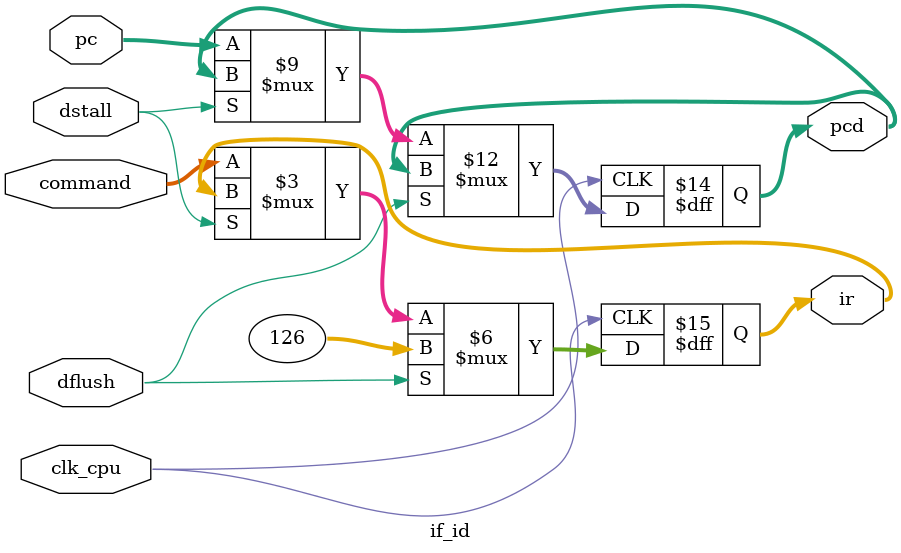
<source format=v>
`timescale 1ns / 1ps

module if_id(
input clk_cpu,dstall,dflush,
input[31:0] pc,
input[31:0] command,
output  reg[31:0] pcd,
output  reg[31:0] ir
    );
always@(posedge clk_cpu)    begin
    if(dflush)  begin pcd<=pcd; ir<=32'h0000007e; end
    else    begin  if(dstall)  begin   pcd<=pcd;   ir<=ir; end
    else    begin   pcd<=pc;   ir<=command;    end  end
    end
endmodule

</source>
